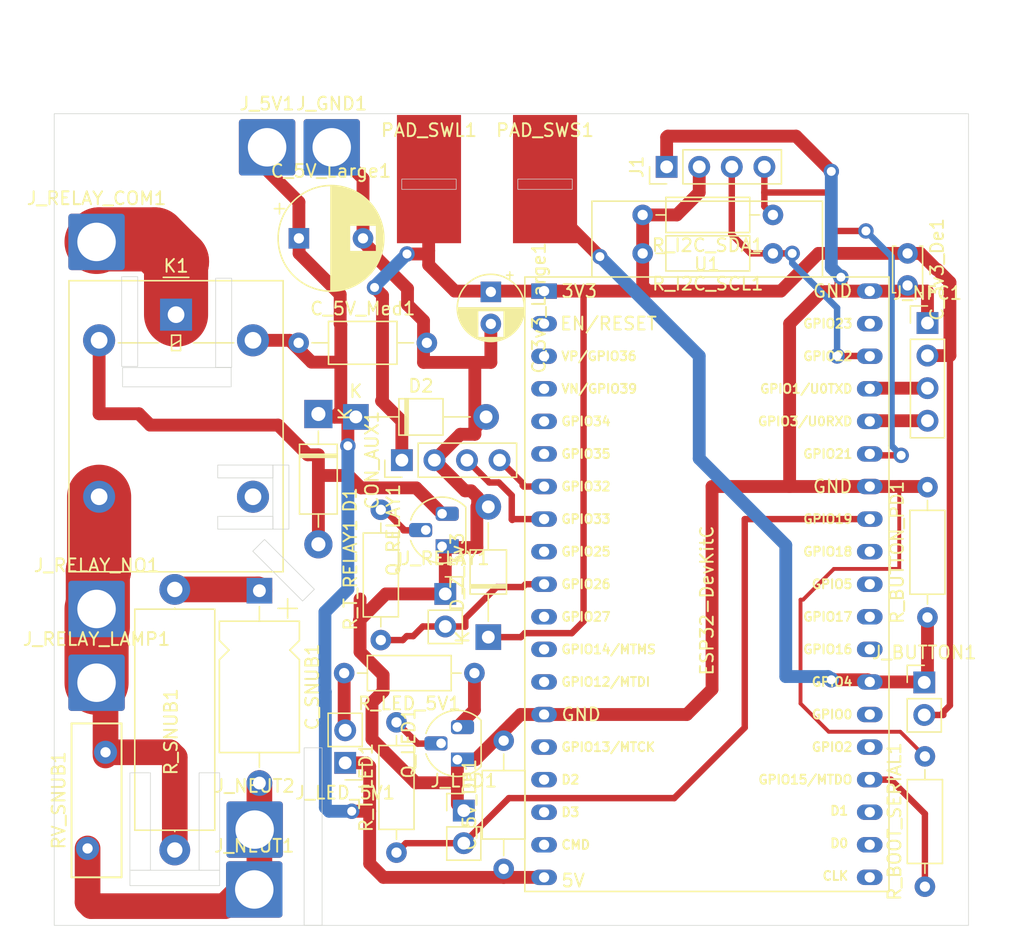
<source format=kicad_pcb>
(kicad_pcb (version 20240108) (generator "pcbnew") (generator_version "8.0")
  (layers (0 "F.Cu" signal) (31 "B.Cu" signal) (34 "B.Paste" user) (35 "F.Paste" user) (36 "B.SilkS" user "B.Silkscreen") (37 "F.SilkS" user "F.Silkscreen") (38 "B.Mask" user) (39 "F.Mask" user) (44 "Edge.Cuts" user))
  (net 0 "")
  (net 1 "+5V")
  (net 2 "+3V3")
  (net 3 "GND")
  (net 4 "Net-(D1-A)")
  (net 5 "Net-(J_LED_5V1-Pin_2)")
  (net 6 "Net-(J_NFC1-Pin_4)")
  (net 7 "Net-(J_NFC1-Pin_3)")
  (net 8 "Net-(J_LED1-Pin_2)")
  (net 9 "Net-(J_RELAY_COM1-Pin_1)")
  (net 10 "Net-(J_RELAY_LAMP1-Pin_1)")
  (net 12 "Net-(Q_LED1-B)")
  (net 13 "Net-(Q_LED1-C)")
  (net 14 "Net-(Q_RELAY1-B)")
  (net 15 "Net-(U1-MTDO{slash}GPIO15{slash}ADC2_CH3)")
  (net 16 "Net-(J1-Pin_4)")
  (net 24 "Net-(CON_AUX1-Pin_3)")
  (net 26 "Net-(J1-Pin_3)")
  (net 31 "Net-(CON_AUX1-Pin_4)")
  (net 35 "Net-(J_RELAY1-Pin_2)")
  (net 36 "Net-(J_BUTTON1-Pin_1)")
  (net 37 "Net-(C_SNUB1-Pad1)")
  (net 38 "NEUT")
  (footprint "PCM_Espressif:ESP32-DevKitC" (layer "F.Cu") (at 37.6 13.835)
    (property "Reference" "U1" (at 12.7 -2.1 0) (layer "F.SilkS"))
    (property "Value" "ESP32-DevKitC" (at 12.7 24.13 90) (layer "F.SilkS"))
    (fp_text user "GND" (at 24.13 0 0) (layer "F.SilkS") (effects (justify right)))
    (fp_text user "GPIO33" (at 1.27 17.78 0) (layer "F.SilkS") (effects (font (size 0.7 0.7)) (justify left)))
    (fp_text user "GPIO32" (at 1.27 15.24 0) (layer "F.SilkS") (effects (font (size 0.7 0.7)) (justify left)))
    (fp_text user "GPIO18" (at 24.13 20.32 0) (layer "F.SilkS") (effects (font (size 0.7 0.7)) (justify right)))
    (fp_text user "GPIO22" (at 24.13 5.08 0) (layer "F.SilkS") (effects (font (size 0.7 0.7)) (justify right)))
    (fp_text user "GPIO19" (at 24.13 17.78 0) (layer "F.SilkS") (effects (font (size 0.7 0.7)) (justify right)))
    (fp_text user "GPIO1/U0TXD" (at 24.13 7.62 0) (layer "F.SilkS") (effects (font (size 0.7 0.7)) (justify right)))
    (fp_text user "GPIO26" (at 1.27 22.86 0) (layer "F.SilkS") (effects (font (size 0.7 0.7)) (justify left)))
    (fp_text user "GPIO34" (at 1.27 10.16 0) (layer "F.SilkS") (effects (font (size 0.7 0.7)) (justify left)))
    (fp_text user "GPIO35" (at 1.27 12.7 0) (layer "F.SilkS") (effects (font (size 0.7 0.7)) (justify left)))
    (fp_text user "GPIO3/U0RXD" (at 24.13 10.16 0) (layer "F.SilkS") (effects (font (size 0.7 0.7)) (justify right)))
    (fp_text user "GPIO16" (at 24.13 27.94 0) (layer "F.SilkS") (effects (font (size 0.7 0.7)) (justify right)))
    (fp_text user "VP/GPIO36" (at 1.27 5.08 0) (layer "F.SilkS") (effects (font (size 0.7 0.7)) (justify left)))
    (fp_text user "CLK" (at 23.8 45.605 0) (layer "F.SilkS") (effects (font (size 0.7 0.7)) (justify right)))
    (fp_text user "GPIO5" (at 24.13 22.86 0) (layer "F.SilkS") (effects (font (size 0.7 0.7)) (justify right)))
    (fp_text user "GPIO27" (at 1.27 25.4 0) (layer "F.SilkS") (effects (font (size 0.7 0.7)) (justify left)))
    (fp_text user "GPIO13/MTCK" (at 1.27 35.56 0) (layer "F.SilkS") (effects (font (size 0.7 0.7)) (justify left)))
    (fp_text user "GND" (at 24.13 15.24 0) (layer "F.SilkS") (effects (justify right)))
    (fp_text user "GPIO12/MTDI" (at 1.27 30.48 0) (layer "F.SilkS") (effects (font (size 0.7 0.7)) (justify left)))
    (fp_text user "GND" (at 1.27 33.02 0) (layer "F.SilkS") (effects (justify left)))
    (fp_text user "GPIO2" (at 24.13 35.56 0) (layer "F.SilkS") (effects (font (size 0.7 0.7)) (justify right)))
    (fp_text user "D3" (at 1.27 40.64 0) (layer "F.SilkS") (effects (font (size 0.7 0.7)) (justify left)))
    (fp_text user "GPIO0" (at 24.13 33.02 0) (layer "F.SilkS") (effects (font (size 0.7 0.7)) (justify right)))
    (fp_text user "5V" (at 1.26632 45.97128 0) (layer "F.SilkS") (effects (justify left)))
    (fp_text user "3V3" (at 1.27 0 0) (layer "F.SilkS") (effects (justify left)))
    (fp_text user "D2" (at 1.27 38.1 0) (layer "F.SilkS") (effects (font (size 0.7 0.7)) (justify left)))
    (fp_text user "VN/GPIO39" (at 1.27 7.62 0) (layer "F.SilkS") (effects (font (size 0.7 0.7)) (justify left)))
    (fp_text user "GPIO4" (at 24.13 30.48 0) (layer "F.SilkS") (effects (font (size 0.7 0.7)) (justify right)))
    (fp_text user "GPIO25" (at 1.27 20.32 0) (layer "F.SilkS") (effects (font (size 0.7 0.7)) (justify left)))
    (fp_text user "GPIO23" (at 24.13 2.54 0) (layer "F.SilkS") (effects (font (size 0.7 0.7)) (justify right)))
    (fp_text user "GPIO15/MTDO" (at 24.13 38.1 0) (layer "F.SilkS") (effects (font (size 0.7 0.7)) (justify right)))
    (fp_text user "GPIO14/MTMS" (at 1.27 27.94 0) (layer "F.SilkS") (effects (font (size 0.7 0.7)) (justify left)))
    (fp_text user "GPIO17" (at 24.13 25.4 0) (layer "F.SilkS") (effects (font (size 0.7 0.7)) (justify right)))
    (fp_text user "GPIO21" (at 24.13 12.7 0) (layer "F.SilkS") (effects (font (size 0.7 0.7)) (justify right)))
    (fp_text user "D1" (at 23.8 40.525 0) (layer "F.SilkS") (effects (font (size 0.7 0.7)) (justify right)))
    (fp_text user "CMD" (at 1.27 43.18 0) (layer "F.SilkS") (effects (font (size 0.7 0.7)) (justify left)))
    (fp_text user "EN/RESET" (at 8.88632 2.53728 0) (layer "F.SilkS") (effects (justify right)))
    (fp_text user "D0" (at 23.8 43.065 0) (layer "F.SilkS") (effects (font (size 0.7 0.7)) (justify right)))
    (pad "" thru_hole oval (at 0 38.1 270) (size 1.2 2) (drill 0.8) (layers "*.Mask"))
    (pad "" thru_hole oval (at 0 40.64 270) (size 1.2 2) (drill 0.8) (layers "*.Mask"))
    (pad "" thru_hole oval (at 25.4 20.32 270) (size 1.2 2) (drill 0.8) (layers "*.Mask"))
    (pad "" thru_hole oval (at 25.4 22.86 270) (size 1.2 2) (drill 0.8) (layers "*.Mask"))
    (pad "" thru_hole oval (at 25.4 33.02 270) (size 1.2 2) (drill 0.8) (layers "*.Mask"))
    (pad "" thru_hole oval (at 25.4 35.56 270) (size 1.2 2) (drill 0.8) (layers "*.Mask"))
    (pad "1" thru_hole rect (at 0 0 270) (size 1.2 2) (drill 0.8) (layers "*.Cu" "*.Mask") (net 2 "+3V3"))
    (pad "2" thru_hole oval (at 0 2.54 270) (size 1.2 2) (drill 0.8) (layers "*.Cu" "*.Mask"))
    (pad "3" thru_hole oval (at 0 5.08 270) (size 1.2 2) (drill 0.8) (layers "*.Cu" "*.Mask"))
    (pad "4" thru_hole oval (at 0 7.62 270) (size 1.2 2) (drill 0.8) (layers "*.Cu" "*.Mask"))
    (pad "5" thru_hole oval (at 0 10.16 270) (size 1.2 2) (drill 0.8) (layers "*.Cu" "*.Mask"))
    (pad "6" thru_hole oval (at 0 12.7 270) (size 1.2 2) (drill 0.8) (layers "*.Cu" "*.Mask"))
    (pad "7" thru_hole oval (at 0 15.24 270) (size 1.2 2) (drill 0.8) (layers "*.Cu" "*.Mask") (net 31 "Net-(CON_AUX1-Pin_4)"))
    (pad "8" thru_hole oval (at 0 17.78 270) (size 1.2 2) (drill 0.8) (layers "*.Cu" "*.Mask") (net 24 "Net-(CON_AUX1-Pin_3)"))
    (pad "9" thru_hole oval (at 0 20.32 270) (size 1.2 2) (drill 0.8) (layers "*.Cu" "*.Mask"))
    (pad "10" thru_hole oval (at 0 22.86 270) (size 1.2 2) (drill 0.8) (layers "*.Cu" "*.Mask") (net 35 "Net-(J_RELAY1-Pin_2)"))
    (pad "11" thru_hole oval (at 0 25.4 270) (size 1.2 2) (drill 0.8) (layers "*.Mask"))
    (pad "12" thru_hole oval (at 0 27.94 270) (size 1.2 2) (drill 0.8) (layers "*.Mask"))
    (pad "13" thru_hole oval (at 0 30.48 270) (size 1.2 2) (drill 0.8) (layers "*.Cu" "*.Mask"))
    (pad "14" thru_hole oval (at 0 33.02 270) (size 1.2 2) (drill 0.8) (layers "*.Cu" "*.Mask") (net 3 "GND"))
    (pad "15" thru_hole oval (at 0 35.56 270) (size 1.2 2) (drill 0.8) (layers "*.Cu" "*.Mask"))
    (pad "18" thru_hole oval (at 0 43.18 270) (size 1.2 2) (drill 0.8) (layers "*.Cu" "*.Mask"))
    (pad "19" thru_hole oval (at 0 45.72 270) (size 1.2 2) (drill 0.8) (layers "*.Cu" "*.Mask") (net 1 "+5V"))
    (pad "20" thru_hole oval (at 25.39632 45.71728 270) (size 1.2 2) (drill 0.8) (layers "*.Cu" "*.Mask"))
    (pad "21" thru_hole oval (at 25.39632 43.17728 270) (size 1.2 2) (drill 0.8) (layers "*.Cu" "*.Mask"))
    (pad "22" thru_hole oval (at 25.4 40.64 270) (size 1.2 2) (drill 0.8) (layers "*.Cu" "*.Mask"))
    (pad "23" thru_hole oval (at 25.4 38.1 270) (size 1.2 2) (drill 0.8) (layers "*.Cu" "*.Mask") (net 15 "Net-(U1-MTDO{slash}GPIO15{slash}ADC2_CH3)"))
    (pad "26" thru_hole oval (at 25.4 30.48 270) (size 1.2 2) (drill 0.8) (layers "*.Cu" "*.Mask") (net 36 "Net-(J_BUTTON1-Pin_1)"))
    (pad "27" thru_hole oval (at 25.4 27.94 270) (size 1.2 2) (drill 0.8) (layers "*.Cu" "*.Mask"))
    (pad "28" thru_hole oval (at 25.4 25.4 270) (size 1.2 2) (drill 0.8) (layers "*.Cu" "*.Mask"))
    (pad "31" thru_hole oval (at 25.4 17.78 270) (size 1.2 2) (drill 0.8) (layers "*.Cu" "*.Mask") (net 8 "Net-(J_LED1-Pin_2)"))
    (pad "32" thru_hole oval (at 25.4 15.24 270) (size 1.2 2) (drill 0.8) (layers "*.Cu" "*.Mask") (net 3 "GND"))
    (pad "33" thru_hole oval (at 25.4 12.7 270) (size 1.2 2) (drill 0.8) (layers "*.Cu" "*.Mask") (net 16 "Net-(J1-Pin_4)"))
    (pad "34" thru_hole oval (at 25.4 10.16 270) (size 1.2 2) (drill 0.8) (layers "*.Cu" "*.Mask") (net 6 "Net-(J_NFC1-Pin_4)"))
    (pad "35" thru_hole oval (at 25.4 7.62 270) (size 1.2 2) (drill 0.8) (layers "*.Cu" "*.Mask") (net 7 "Net-(J_NFC1-Pin_3)"))
    (pad "36" thru_hole oval (at 25.4 5.08 270) (size 1.2 2) (drill 0.8) (layers "*.Cu" "*.Mask") (net 26 "Net-(J1-Pin_3)"))
    (pad "37" thru_hole oval (at 25.4 2.54 270) (size 1.2 2) (drill 0.8) (layers "*.Cu" "*.Mask"))
    (pad "38" thru_hole oval (at 25.4 0 270) (size 1.2 2) (drill 0.8) (layers "*.Cu" "*.Mask") (net 3 "GND"))
  )
  (footprint "Connector_PinSocket_2.54mm:PinSocket_1x02_P2.54mm_Vertical" (layer "F.Cu") (at 29.895 37.45)
    (property "Reference" "J_RELAY1" (at 0 -2.77 0) (layer "F.SilkS"))
    (property "Value" "Conn_01x02_Socket")
    (pad "1" thru_hole rect (at 0 0) (size 1.7 1.7) (drill 1) (layers "*.Cu" "*.Mask") (net 3 "GND"))
    (pad "2" thru_hole oval (at 0 2.54) (size 1.7 1.7) (drill 1) (layers "*.Cu" "*.Mask") (net 35 "Net-(J_RELAY1-Pin_2)"))
  )
  (footprint "Connector_Wire:SolderWire-2.5sqmm_1x01_D2.4mm_OD4.4mm" (layer "F.Cu") (at 21.04 2.62)
    (property "Reference" "J_GND1" (at 0 -3.4 0) (layer "F.SilkS"))
    (property "Value" "Conn_01x01_Socket")
    (pad "1" thru_hole roundrect (at 0 0) (size 4.4 4.4) (drill 3) (layers "*.Cu" "*.Mask") (roundrect_rratio 0.056818) (net 3 "GND"))
  )
  (footprint "Capacitor_THT:CP_Axial_L10.0mm_D6.0mm_P15.00mm_Horizontal" (layer "F.Cu") (at 15.4 37.2 -90)
    (property "Reference" "C_SNUB1" (at 7.5 -4.12 90) (layer "F.SilkS"))
    (property "Value" "C")
    (pad "1" thru_hole rect (at 0 0 270) (size 2 2) (drill 1) (layers "*.Cu" "*.Mask") (net 37 "Net-(C_SNUB1-Pad1)"))
    (pad "2" thru_hole oval (at 15 0 270) (size 2 2) (drill 1) (layers "*.Cu" "*.Mask") (net 38 "NEUT"))
  )
  (footprint "Resistor_THT:R_Axial_DIN0207_L6.3mm_D2.5mm_P10.16mm_Horizontal" (layer "F.Cu") (at 24.87 41.05 90)
    (property "Reference" "R_T_RELAY1" (at 5.08 -2.37 90) (layer "F.SilkS"))
    (property "Value" "560R")
    (pad "1" thru_hole circle (at 0 0 90) (size 1.6 1.6) (drill 0.8) (layers "*.Cu" "*.Mask") (net 35 "Net-(J_RELAY1-Pin_2)"))
    (pad "2" thru_hole oval (at 10.16 0 90) (size 1.6 1.6) (drill 0.8) (layers "*.Cu" "*.Mask") (net 14 "Net-(Q_RELAY1-B)"))
  )
  (footprint "Relay_THT:Relay_SPDT_Omron-G5LE-1" (layer "F.Cu") (at 8.9 15.6725)
    (property "Reference" "K1" (at 0 -3.8 0) (layer "F.SilkS"))
    (property "Value" "G5LE-1")
    (pad "1" thru_hole rect (at 0 0) (size 2.5 2.5) (drill 1.3) (layers "*.Cu" "*.Mask") (net 9 "Net-(J_RELAY_COM1-Pin_1)"))
    (pad "2" thru_hole oval (at -6 2) (size 2.5 2.5) (drill 1.3) (layers "*.Cu" "*.Mask") (net 4 "Net-(D1-A)"))
    (pad "3" thru_hole oval (at -6 14.2) (size 2.5 2.5) (drill 1.3) (layers "*.Cu" "*.Mask") (net 10 "Net-(J_RELAY_LAMP1-Pin_1)"))
    (pad "4" thru_hole oval (at 6 14.2) (size 2.5 2.5) (drill 1.3) (layers "*.Cu" "*.Mask"))
    (pad "5" thru_hole oval (at 6 2) (size 2.5 2.5) (drill 1.3) (layers "*.Cu" "*.Mask") (net 1 "+5V"))
  )
  (footprint "Connector_Wire:SolderWire-2.5sqmm_1x01_D2.4mm_OD4.4mm" (layer "F.Cu") (at 2.7 10)
    (property "Reference" "J_RELAY_COM1" (at 0 -3.4 0) (layer "F.SilkS"))
    (property "Value" "Conn_01x01_Socket")
    (pad "1" thru_hole roundrect (at 0 0) (size 4.4 4.4) (drill 3) (layers "*.Cu" "*.Mask") (roundrect_rratio 0.056818) (net 9 "Net-(J_RELAY_COM1-Pin_1)"))
  )
  (footprint "Capacitor_THT:C_Axial_L5.1mm_D3.1mm_P10.00mm_Horizontal" (layer "F.Cu") (at 18.46 17.87)
    (property "Reference" "C_5V_Med1" (at 5 -2.67 0) (layer "F.SilkS"))
    (property "Value" "C")
    (pad "1" thru_hole circle (at 0 0) (size 1.6 1.6) (drill 0.8) (layers "*.Cu" "*.Mask") (net 1 "+5V"))
    (pad "2" thru_hole oval (at 10 0) (size 1.6 1.6) (drill 0.8) (layers "*.Cu" "*.Mask") (net 3 "GND"))
  )
  (footprint "Capacitor_THT:C_Axial_L5.1mm_D3.1mm_P10.00mm_Horizontal" (layer "F.Cu") (at 34.45 58.895 90)
    (property "Reference" "C_5V_De1" (at 5 -2.67 90) (layer "F.SilkS"))
    (property "Value" "C")
    (pad "1" thru_hole circle (at 0 0 90) (size 1.6 1.6) (drill 0.8) (layers "*.Cu" "*.Mask") (net 1 "+5V"))
    (pad "2" thru_hole oval (at 10 0 90) (size 1.6 1.6) (drill 0.8) (layers "*.Cu" "*.Mask") (net 3 "GND"))
  )
  (footprint "Capacitor_THT:CP_Radial_D5.0mm_P2.50mm" (layer "F.Cu") (at 33.45 13.895 -90)
    (property "Reference" "C_3v3_Large1" (at 1.25 -3.75 90) (layer "F.SilkS"))
    (property "Value" "C_Polarized")
    (pad "1" thru_hole rect (at 0 0 270) (size 1.6 1.6) (drill 0.8) (layers "*.Cu" "*.Mask") (net 2 "+3V3"))
    (pad "2" thru_hole circle (at 2.5 0 270) (size 1.6 1.6) (drill 0.8) (layers "*.Cu" "*.Mask") (net 3 "GND"))
  )
  (footprint "Diode_THT:D_DO-41_SOD81_P10.16mm_Horizontal" (layer "F.Cu") (at 20 23.42 -90)
    (property "Reference" "D1" (at 6.695 -2.47 90) (layer "F.SilkS"))
    (property "Value" "1N4007")
    (fp_text user "K" (at 0 -2.1 90) (layer "F.SilkS"))
    (pad "1" thru_hole rect (at 0 0 270) (size 2.2 2.2) (drill 1.1) (layers "*.Cu" "*.Mask") (net 1 "+5V"))
    (pad "2" thru_hole oval (at 10.16 0 270) (size 2.2 2.2) (drill 1.1) (layers "*.Cu" "*.Mask") (net 4 "Net-(D1-A)"))
  )
  (footprint "Resistor_THT:R_Axial_DIN0207_L6.3mm_D2.5mm_P10.16mm_Horizontal" (layer "F.Cu") (at 55.45 10.895 180)
    (property "Reference" "R_I2C_SCL1" (at 5.08 -2.37 0) (layer "F.SilkS"))
    (property "Value" "R")
    (pad "1" thru_hole circle (at 0 0 180) (size 1.6 1.6) (drill 0.8) (layers "*.Cu" "*.Mask") (net 26 "Net-(J1-Pin_3)"))
    (pad "2" thru_hole oval (at 10.16 0 180) (size 1.6 1.6) (drill 0.8) (layers "*.Cu" "*.Mask") (net 2 "+3V3"))
  )
  (footprint "Connector_Wire:SolderWirePad_1x01_SMD_5x10mm" (layer "F.Cu") (at 28.625 5.1)
    (property "Reference" "PAD_SWL1" (at 0 -3.81 0) (layer "F.SilkS"))
    (property "Value" "Conn_01x01_Female")
    (pad "1" smd rect (at 0 0) (size 5 10) (layers "F.Cu" "F.Paste" "F.Mask") (net 2 "+3V3"))
  )
  (footprint "Connector_Wire:SolderWire-2.5sqmm_1x01_D2.4mm_OD4.4mm" (layer "F.Cu") (at 16 2.62)
    (property "Reference" "J_5V1" (at 0 -3.4 0) (layer "F.SilkS"))
    (property "Value" "Conn_01x01_Socket")
    (pad "1" thru_hole roundrect (at 0 0) (size 4.4 4.4) (drill 3) (layers "*.Cu" "*.Mask") (roundrect_rratio 0.056818) (net 1 "+5V"))
  )
  (footprint "Resistor_THT:R_Axial_DIN0207_L6.3mm_D2.5mm_P10.16mm_Horizontal" (layer "F.Cu") (at 67.5 39.285 90)
    (property "Reference" "R_BUTTON_PD1" (at 5.08 -2.37 90) (layer "F.SilkS"))
    (property "Value" "R")
    (pad "1" thru_hole circle (at 0 0 90) (size 1.6 1.6) (drill 0.8) (layers "*.Cu" "*.Mask") (net 36 "Net-(J_BUTTON1-Pin_1)"))
    (pad "2" thru_hole oval (at 10.16 0 90) (size 1.6 1.6) (drill 0.8) (layers "*.Cu" "*.Mask") (net 3 "GND"))
  )
  (footprint "Connector_Wire:SolderWire-2.5sqmm_1x01_D2.4mm_OD4.4mm" (layer "F.Cu") (at 2.7 38.625)
    (property "Reference" "J_RELAY_NO1" (at 0 -3.4 0) (layer "F.SilkS"))
    (property "Value" "Conn_01x01_Socket")
    (pad "1" thru_hole roundrect (at 0 0) (size 4.4 4.4) (drill 3) (layers "*.Cu" "*.Mask") (roundrect_rratio 0.056818) (net 10 "Net-(J_RELAY_LAMP1-Pin_1)"))
  )
  (footprint "Capacitor_THT:CP_Radial_D8.0mm_P5.00mm" (layer "F.Cu") (at 18.48 9.72)
    (property "Reference" "C_5V_Large1" (at 2.5 -5.25 0) (layer "F.SilkS"))
    (property "Value" "1000uf")
    (pad "1" thru_hole rect (at 0 0) (size 1.6 1.6) (drill 0.8) (layers "*.Cu" "*.Mask") (net 1 "+5V"))
    (pad "2" thru_hole circle (at 5 0) (size 1.6 1.6) (drill 0.8) (layers "*.Cu" "*.Mask") (net 3 "GND"))
  )
  (footprint "Resistor_THT:R_Axial_DIN0207_L6.3mm_D2.5mm_P10.16mm_Horizontal" (layer "F.Cu") (at 67.3 60.28 90)
    (property "Reference" "R_BOOT_SERIAL1" (at 5.08 -2.37 90) (layer "F.SilkS"))
    (property "Value" "R")
    (pad "1" thru_hole circle (at 0 0 90) (size 1.6 1.6) (drill 0.8) (layers "*.Cu" "*.Mask") (net 15 "Net-(U1-MTDO{slash}GPIO15{slash}ADC2_CH3)"))
    (pad "2" thru_hole oval (at 10.16 0 90) (size 1.6 1.6) (drill 0.8) (layers "*.Cu" "*.Mask") (net 3 "GND"))
  )
  (footprint "Connector_PinHeader_2.54mm:PinHeader_1x02_P2.54mm_Vertical" (layer "F.Cu") (at 22.09 50.625 180)
    (property "Reference" "J_LED_5V1" (at 0 -2.33 0) (layer "F.SilkS"))
    (property "Value" "Conn_01x02_Socket")
    (pad "1" thru_hole rect (at 0 0 180) (size 1.7 1.7) (drill 1) (layers "*.Cu" "*.Mask") (net 1 "+5V"))
    (pad "2" thru_hole oval (at 0 2.54 180) (size 1.7 1.7) (drill 1) (layers "*.Cu" "*.Mask") (net 5 "Net-(J_LED_5V1-Pin_2)"))
  )
  (footprint "Connector_Wire:SolderWire-2.5sqmm_1x01_D2.4mm_OD4.4mm" (layer "F.Cu") (at 15 60.5)
    (property "Reference" "J_NEUT1" (at 0 -3.4 0) (layer "F.SilkS"))
    (property "Value" "Conn_01x01_Socket")
    (pad "1" thru_hole roundrect (at 0 0) (size 4.4 4.4) (drill 3) (layers "*.Cu" "*.Mask") (roundrect_rratio 0.056818) (net 38 "NEUT"))
  )
  (footprint "Connector_Wire:SolderWire-2.5sqmm_1x01_D2.4mm_OD4.4mm" (layer "F.Cu") (at 15.03 55.83)
    (property "Reference" "J_NEUT2" (at 0 -3.4 0) (layer "F.SilkS"))
    (property "Value" "Conn_01x01_Socket")
    (pad "1" thru_hole roundrect (at 0 0) (size 4.4 4.4) (drill 3) (layers "*.Cu" "*.Mask") (roundrect_rratio 0.056818) (net 38 "NEUT"))
  )
  (footprint "Resistor_THT:R_Axial_DIN0207_L6.3mm_D2.5mm_P10.16mm_Horizontal" (layer "F.Cu") (at 26.09 57.625 90)
    (property "Reference" "R_T_LED1" (at 5.08 -2.37 90) (layer "F.SilkS"))
    (property "Value" "560R")
    (pad "1" thru_hole circle (at 0 0 90) (size 1.6 1.6) (drill 0.8) (layers "*.Cu" "*.Mask") (net 8 "Net-(J_LED1-Pin_2)"))
    (pad "2" thru_hole oval (at 10.16 0 90) (size 1.6 1.6) (drill 0.8) (layers "*.Cu" "*.Mask") (net 12 "Net-(Q_LED1-B)"))
  )
  (footprint "Capacitor_THT:C_Disc_D3.4mm_W2.1mm_P2.50mm" (layer "F.Cu") (at 65.95 10.895 -90)
    (property "Reference" "C_3v3_De1" (at 1.25 -2.3 90) (layer "F.SilkS"))
    (property "Value" "C")
    (pad "1" thru_hole circle (at 0 0 270) (size 1.6 1.6) (drill 0.8) (layers "*.Cu" "*.Mask") (net 2 "+3V3"))
    (pad "2" thru_hole circle (at 2.5 0 270) (size 1.6 1.6) (drill 0.8) (layers "*.Cu" "*.Mask") (net 3 "GND"))
  )
  (footprint "Resistor_THT:R_Axial_DIN0207_L6.3mm_D2.5mm_P10.16mm_Horizontal" (layer "F.Cu") (at 32.17 43.625 180)
    (property "Reference" "R_LED_5V1" (at 5.08 -2.37 0) (layer "F.SilkS"))
    (property "Value" "R")
    (pad "1" thru_hole circle (at 0 0 180) (size 1.6 1.6) (drill 0.8) (layers "*.Cu" "*.Mask") (net 13 "Net-(Q_LED1-C)"))
    (pad "2" thru_hole oval (at 10.16 0 180) (size 1.6 1.6) (drill 0.8) (layers "*.Cu" "*.Mask") (net 5 "Net-(J_LED_5V1-Pin_2)"))
  )
  (footprint "Resistor_THT:R_Axial_DIN0617_L17.0mm_D6.0mm_P20.32mm_Horizontal" (layer "F.Cu") (at 8.8 57.42 90)
    (property "Reference" "R_SNUB1" (at 9.22 -0.3 90) (layer "F.SilkS"))
    (property "Value" "R")
    (pad "1" thru_hole circle (at 0 0 90) (size 2.4 2.4) (drill 1.2) (layers "*.Cu" "*.Mask") (net 10 "Net-(J_RELAY_LAMP1-Pin_1)"))
    (pad "2" thru_hole oval (at 20.32 0 90) (size 2.4 2.4) (drill 1.2) (layers "*.Cu" "*.Mask") (net 37 "Net-(C_SNUB1-Pad1)"))
  )
  (footprint "Connector_Wire:SolderWirePad_1x01_SMD_5x10mm" (layer "F.Cu") (at 37.675 5.1)
    (property "Reference" "PAD_SWS1" (at 0 -3.81 0) (layer "F.SilkS"))
    (property "Value" "Conn_01x01_Female")
    (pad "1" smd rect (at 0 0) (size 5 10) (layers "F.Cu" "F.Paste" "F.Mask") (net 36 "Net-(J_BUTTON1-Pin_1)"))
  )
  (footprint "Resistor_THT:R_Axial_DIN0207_L6.3mm_D2.5mm_P10.16mm_Horizontal" (layer "F.Cu") (at 55.45 7.895 180)
    (property "Reference" "R_I2C_SDA1" (at 5.08 -2.37 0) (layer "F.SilkS"))
    (property "Value" "R")
    (pad "1" thru_hole circle (at 0 0 180) (size 1.6 1.6) (drill 0.8) (layers "*.Cu" "*.Mask") (net 16 "Net-(J1-Pin_4)"))
    (pad "2" thru_hole oval (at 10.16 0 180) (size 1.6 1.6) (drill 0.8) (layers "*.Cu" "*.Mask") (net 2 "+3V3"))
  )
  (footprint "Connector_PinHeader_2.54mm:PinHeader_1x02_P2.54mm_Vertical" (layer "F.Cu") (at 31.34 54.35)
    (property "Reference" "J_LED1" (at 0 -2.33 0) (layer "F.SilkS"))
    (property "Value" "Conn_01x02_Socket")
    (pad "1" thru_hole rect (at 0 0) (size 1.7 1.7) (drill 1) (layers "*.Cu" "*.Mask") (net 3 "GND"))
    (pad "2" thru_hole oval (at 0 2.54) (size 1.7 1.7) (drill 1) (layers "*.Cu" "*.Mask") (net 8 "Net-(J_LED1-Pin_2)"))
  )
  (footprint "Connector_PinHeader_2.54mm:PinHeader_1x04_P2.54mm_Vertical" (layer "F.Cu") (at 47.16 4.145 90)
    (property "Reference" "J1" (at 0 -2.33 90) (layer "F.SilkS"))
    (property "Value" "CON_I2C")
    (pad "1" thru_hole rect (at 0 0 90) (size 1.7 1.7) (drill 1) (layers "*.Cu" "*.Mask") (net 3 "GND"))
    (pad "2" thru_hole oval (at 0 2.54 90) (size 1.7 1.7) (drill 1) (layers "*.Cu" "*.Mask") (net 2 "+3V3"))
    (pad "3" thru_hole oval (at 0 5.08 90) (size 1.7 1.7) (drill 1) (layers "*.Cu" "*.Mask") (net 26 "Net-(J1-Pin_3)"))
    (pad "4" thru_hole oval (at 0 7.62 90) (size 1.7 1.7) (drill 1) (layers "*.Cu" "*.Mask") (net 16 "Net-(J1-Pin_4)"))
  )
  (footprint "Varistor:RV_Disc_D12mm_W3.9mm_P7.5mm" (layer "F.Cu") (at 3.4 49.8 -90)
    (property "Reference" "RV_SNUB1" (at 3.75 3.65 90) (layer "F.SilkS"))
    (property "Value" "Varistor")
    (pad "1" thru_hole circle (at 0 0 270) (size 1.8 1.8) (drill 0.8) (layers "*.Cu" "*.Mask") (net 10 "Net-(J_RELAY_LAMP1-Pin_1)"))
    (pad "2" thru_hole circle (at 7.5 1.4 270) (size 1.8 1.8) (drill 0.8) (layers "*.Cu" "*.Mask") (net 38 "NEUT"))
  )
  (footprint "Connector_PinHeader_2.54mm:PinHeader_1x04_P2.54mm_Vertical" (layer "F.Cu") (at 67.5 16.325)
    (property "Reference" "J_NFC1" (at 0 -2.33 0) (layer "F.SilkS"))
    (property "Value" "Conn_01x04_Socket")
    (pad "1" thru_hole rect (at 0 0) (size 1.7 1.7) (drill 1) (layers "*.Cu" "*.Mask") (net 3 "GND"))
    (pad "2" thru_hole oval (at 0 2.54) (size 1.7 1.7) (drill 1) (layers "*.Cu" "*.Mask") (net 2 "+3V3"))
    (pad "3" thru_hole oval (at 0 5.08) (size 1.7 1.7) (drill 1) (layers "*.Cu" "*.Mask") (net 7 "Net-(J_NFC1-Pin_3)"))
    (pad "4" thru_hole oval (at 0 7.62) (size 1.7 1.7) (drill 1) (layers "*.Cu" "*.Mask") (net 6 "Net-(J_NFC1-Pin_4)"))
  )
  (footprint "Package_TO_SOT_THT:TO-92L_HandSolder" (layer "F.Cu") (at 30.84 50.375 90)
    (property "Reference" "Q_LED1" (at 1.27 -3.8 90) (layer "F.SilkS"))
    (property "Value" "PN2222A")
    (pad "1" thru_hole rect (at 0 0 90) (size 1.1 1.8) (drill 0.75 (offset 0 0.4)) (layers "*.Cu" "*.Mask") (net 3 "GND"))
    (pad "2" thru_hole roundrect (at 1.27 -1.27 90) (size 1.1 1.8) (drill 0.75 (offset 0 -0.4)) (layers "*.Cu" "*.Mask") (net 12 "Net-(Q_LED1-B)"))
    (pad "3" thru_hole roundrect (at 2.54 0 90) (size 1.1 1.8) (drill 0.75 (offset 0 0.4)) (layers "*.Cu" "*.Mask") (net 13 "Net-(Q_LED1-C)"))
  )
  (footprint "Connector_PinHeader_2.54mm:PinHeader_1x04_P2.54mm_Vertical" (layer "F.Cu") (at 26.51 27.02 90)
    (property "Reference" "CON_AUX1" (at 0 -2.33 90) (layer "F.SilkS"))
    (property "Value" "Conn_01x04_Socket")
    (pad "1" thru_hole rect (at 0 0 90) (size 1.7 1.7) (drill 1) (layers "*.Cu" "*.Mask") (net 2 "+3V3"))
    (pad "2" thru_hole oval (at 0 2.54 90) (size 1.7 1.7) (drill 1) (layers "*.Cu" "*.Mask") (net 3 "GND"))
    (pad "3" thru_hole oval (at 0 5.08 90) (size 1.7 1.7) (drill 1) (layers "*.Cu" "*.Mask") (net 24 "Net-(CON_AUX1-Pin_3)"))
    (pad "4" thru_hole oval (at 0 7.62 90) (size 1.7 1.7) (drill 1) (layers "*.Cu" "*.Mask") (net 31 "Net-(CON_AUX1-Pin_4)"))
  )
  (footprint "Diode_THT:D_T-1_P10.16mm_Horizontal" (layer "F.Cu") (at 22.92 23.645)
    (property "Reference" "D2" (at 5.08 -2.42 0) (layer "F.SilkS"))
    (property "Value" "D_Zener")
    (fp_text user "K" (at 0 -2 0) (layer "F.SilkS"))
    (pad "1" thru_hole rect (at 0 0) (size 2 2) (drill 1) (layers "*.Cu" "*.Mask") (net 1 "+5V"))
    (pad "2" thru_hole oval (at 10.16 0) (size 2 2) (drill 1) (layers "*.Cu" "*.Mask") (net 3 "GND"))
  )
  (footprint "Package_TO_SOT_THT:TO-92L_HandSolder" (layer "F.Cu") (at 29.645 33.74 90)
    (property "Reference" "Q_RELAY1" (at 1.27 -3.8 90) (layer "F.SilkS"))
    (property "Value" "PN2222A")
    (pad "1" thru_hole rect (at 0 0 90) (size 1.1 1.8) (drill 0.75 (offset 0 0.4)) (layers "*.Cu" "*.Mask") (net 3 "GND"))
    (pad "2" thru_hole roundrect (at 1.27 -1.27 90) (size 1.1 1.8) (drill 0.75 (offset 0 -0.4)) (layers "*.Cu" "*.Mask") (net 14 "Net-(Q_RELAY1-B)"))
    (pad "3" thru_hole roundrect (at 2.54 0 90) (size 1.1 1.8) (drill 0.75 (offset 0 0.4)) (layers "*.Cu" "*.Mask") (net 4 "Net-(D1-A)"))
  )
  (footprint "Diode_THT:D_T-1_P10.16mm_Horizontal" (layer "F.Cu") (at 33.25 40.82 90)
    (property "Reference" "D_Z_3v3" (at 5.08 -2.42 90) (layer "F.SilkS"))
    (property "Value" "D_Zener")
    (fp_text user "K" (at 0 -2 90) (layer "F.SilkS"))
    (pad "1" thru_hole rect (at 0 0 90) (size 2 2) (drill 1) (layers "*.Cu" "*.Mask") (net 2 "+3V3"))
    (pad "2" thru_hole oval (at 10.16 0 90) (size 2 2) (drill 1) (layers "*.Cu" "*.Mask") (net 3 "GND"))
  )
  (footprint "Connector_Wire:SolderWire-2.5sqmm_1x01_D2.4mm_OD4.4mm" (layer "F.Cu") (at 2.7 44.375)
    (property "Reference" "J_RELAY_LAMP1" (at 0 -3.4 0) (layer "F.SilkS"))
    (property "Value" "Conn_01x01_Socket")
    (pad "1" thru_hole roundrect (at 0 0) (size 4.4 4.4) (drill 3) (layers "*.Cu" "*.Mask") (roundrect_rratio 0.056818) (net 10 "Net-(J_RELAY_LAMP1-Pin_1)"))
  )
  (footprint "Connector_PinHeader_2.54mm:PinHeader_1x02_P2.54mm_Vertical" (layer "F.Cu") (at 67.25 44.35)
    (property "Reference" "J_BUTTON1" (at 0 -2.33 0) (layer "F.SilkS"))
    (property "Value" "Conn_01x02_Socket")
    (pad "1" thru_hole rect (at 0 0) (size 1.7 1.7) (drill 1) (layers "*.Cu" "*.Mask") (net 36 "Net-(J_BUTTON1-Pin_1)"))
    (pad "2" thru_hole oval (at 0 2.54) (size 1.7 1.7) (drill 1) (layers "*.Cu" "*.Mask") (net 2 "+3V3"))
  )
  (gr_rect (start 4.66 12.71) (end 5.91 19.71) (stroke (width 0.05)) (fill none) (layer "Edge.Cuts"))
  (gr_rect (start 18.89 49.45) (end 20.29 63.29) (stroke (width 0.05)) (fill none) (layer "Edge.Cuts"))
  (gr_rect (start 12.15 31.4) (end 16.45 32.4) (stroke (width 0.05)) (fill none) (layer "Edge.Cuts"))
  (gr_rect (start 5.3 59) (end 12.3 60.2) (stroke (width 0.05)) (fill none) (layer "Edge.Cuts"))
  (gr_rect (start 11.99 12.83) (end 13.24 19.78) (stroke (width 0.05)) (fill none) (layer "Edge.Cuts"))
  (gr_rect (start 16.45 27.4) (end 17.7 32.4) (stroke (width 0.05)) (fill none) (layer "Edge.Cuts"))
  (gr_rect (start 10.7 51.4) (end 12.3 59) (stroke (width 0.05)) (fill none) (layer "Edge.Cuts"))
  (gr_rect (start 26.5 5.1) (end 30.75 5.9) (stroke (width 0.05)) (fill none) (layer "Edge.Cuts"))
  (gr_rect (start 5.3 51.4) (end 6.9 59) (stroke (width 0.05)) (fill none) (layer "Edge.Cuts"))
  (gr_rect (start -0.6 0) (end 70.7 63.3) (stroke (width 0.05)) (fill none) (layer "Edge.Cuts"))
  (gr_rect (start 12.15 27.4) (end 16.45 28.4) (stroke (width 0.05)) (fill none) (layer "Edge.Cuts"))
  (gr_poly (pts (xy 14.880761 34.119239) (xy 15.8 33.2) (xy 19.689087 37.089087) (xy 18.769848 38.008326)) (stroke (width 0.05)) (fill none) (layer "Edge.Cuts"))
  (gr_rect (start 35.55 5.1) (end 39.8 5.9) (stroke (width 0.05)) (fill none) (layer "Edge.Cuts"))
  (gr_rect (start 4.73 19.8) (end 13.2 21.3) (stroke (width 0.05)) (fill none) (layer "Edge.Cuts"))
  (segment (start 22.3 25.9) (end 22.3 24.265) (width 1) (layer "F.Cu") (net 1))
  (segment (start 21.25 23.67) (end 22.895 23.67) (width 1) (layer "F.Cu") (net 1))
  (segment (start 21.7 14.1) (end 18.497349 10.897349) (width 1) (layer "F.Cu") (net 1))
  (segment (start 34.45 59.555) (end 25.07 59.555) (width 1) (layer "F.Cu") (net 1))
  (segment (start 16 4.41) (end 18.48 6.89) (width 1) (layer "F.Cu") (net 1))
  (segment (start 21.7 16.395) (end 21.75 16.445) (width 1) (layer "F.Cu") (net 1))
  (segment (start 19.472349 19.375) (end 21.75 19.375) (width 1) (layer "F.Cu") (net 1))
  (segment (start 34.45 59.555) (end 37.6 59.555) (width 1) (layer "F.Cu") (net 1))
  (segment (start 14.9 17.6725) (end 17.769849 17.6725) (width 1) (layer "F.Cu") (net 1))
  (segment (start 17.769849 17.6725) (end 19.472349 19.375) (width 1) (layer "F.Cu") (net 1))
  (segment (start 18.497349 10.897349) (end 18.497349 10) (width 1) (layer "F.Cu") (net 1))
  (segment (start 16 2.62) (end 16 4.41) (width 1) (layer "F.Cu") (net 1))
  (segment (start 21.7 15.645) (end 21.7 14.1) (width 1) (layer "F.Cu") (net 1))
  (segment (start 18.48 9.72) (end 18.48 6.89) (width 1) (layer "F.Cu") (net 1))
  (segment (start 21.25 23.67) (end 21.75 23.17) (width 1) (layer "F.Cu") (net 1))
  (segment (start 23.725 50.625) (end 22.09 50.625) (width 1) (layer "F.Cu") (net 1))
  (segment (start 25.07 59.555) (end 24 58.485) (width 1) (layer "F.Cu") (net 1))
  (segment (start 24 54.4) (end 24 50.9) (width 1) (layer "F.Cu") (net 1))
  (segment (start 34.45 58.895) (end 34.45 59.555) (width 1) (layer "F.Cu") (net 1))
  (segment (start 22.895 23.67) (end 22.92 23.645) (width 1) (layer "F.Cu") (net 1))
  (segment (start 21.7 15.645) (end 21.7 16.395) (width 1) (layer "F.Cu") (net 1))
  (segment (start 24 50.9) (end 23.725 50.625) (width 1) (layer "F.Cu") (net 1))
  (segment (start 24 54.4) (end 22.6 54.4) (width 1) (layer "F.Cu") (net 1))
  (segment (start 21.75 16.445) (end 21.75 19.375) (width 1) (layer "F.Cu") (net 1))
  (segment (start 21.75 23.17) (end 21.75 19.375) (width 1) (layer "F.Cu") (net 1))
  (segment (start 22 50.715) (end 22.09 50.625) (width 1) (layer "F.Cu") (net 1))
  (segment (start 24 58.485) (end 24 54.4) (width 1) (layer "F.Cu") (net 1))
  (segment (start 22.3 24.265) (end 22.92 23.645) (width 1) (layer "F.Cu") (net 1))
  (via (at 22.6 54.4) (size 1.2) (drill 0.7) (layers "F.Cu" "B.Cu") (net 1))
  (via (at 22.3 25.9) (size 1.2) (drill 0.7) (layers "F.Cu" "B.Cu") (net 1))
  (segment (start 20.51 38.865) (end 22.3 37.075) (width 1) (layer "B.Cu") (net 1))
  (segment (start 20.54 54.105) (end 20.54 45.084999) (width 1) (layer "B.Cu") (net 1))
  (segment (start 22.3 37.075) (end 22.3 25.9) (width 1) (layer "B.Cu") (net 1))
  (segment (start 20.51 45.054999) (end 20.51 38.865) (width 1) (layer "B.Cu") (net 1))
  (segment (start 20.835 54.4) (end 20.54 54.105) (width 1) (layer "B.Cu") (net 1))
  (segment (start 20.54 45.084999) (end 20.51 45.054999) (width 1) (layer "B.Cu") (net 1))
  (segment (start 22.6 54.4) (end 20.835 54.4) (width 1) (layer "B.Cu") (net 1))
  (segment (start 39.76 40.51) (end 40.68 39.59) (width 0.5) (layer "F.Cu") (net 2))
  (segment (start 68.735 46.89) (end 68.735 46.66) (width 0.5) (layer "F.Cu") (net 2))
  (segment (start 67.5 18.865) (end 69.25 18.865) (width 1) (layer "F.Cu") (net 2))
  (segment (start 25 14.17) (end 24.38 13.55) (width 1) (layer "F.Cu") (net 2))
  (segment (start 25 14.42) (end 25 14.17) (width 1) (layer "F.Cu") (net 2))
  (segment (start 68.25 12.145) (end 68.2 12.145) (width 1) (layer "F.Cu") (net 2))
  (segment (start 47.95 7.895) (end 49.7 6.145) (width 1) (layer "F.Cu") (net 2))
  (segment (start 28.6 10.69) (end 28.6 5.595) (width 1) (layer "F.Cu") (net 2))
  (segment (start 40.68 13.835) (end 45.7 13.835) (width 1) (layer "F.Cu") (net 2))
  (segment (start 37.6 13.835) (end 40.68 13.835) (width 1) (layer "F.Cu") (net 2))
  (segment (start 28.35 10.94) (end 28.6 10.69) (width 1) (layer "F.Cu") (net 2))
  (segment (start 66.95 10.895) (end 65.95 10.895) (width 1) (layer "F.Cu") (net 2))
  (segment (start 65.95 10.895) (end 59 10.895) (width 1) (layer "F.Cu") (net 2))
  (segment (start 45.29 10.895) (end 45.29 7.895) (width 1) (layer "F.Cu") (net 2))
  (segment (start 69.25 18.865) (end 69.25 13.145) (width 1) (layer "F.Cu") (net 2))
  (segment (start 45.7 13.835) (end 45.29 13.425) (width 1) (layer "F.Cu") (net 2))
  (segment (start 30.64 13.835) (end 28.6 11.795) (width 1) (layer "F.Cu") (net 2))
  (segment (start 68.735 46.66) (end 69.25 46.145) (width 0.5) (layer "F.Cu") (net 2))
  (segment (start 40.68 39.59) (end 40.68 13.835) (width 0.5) (layer "F.Cu") (net 2))
  (segment (start 69.25 46.145) (end 69.25 18.865) (width 0.5) (layer "F.Cu") (net 2))
  (segment (start 68.2 12.145) (end 66.95 10.895) (width 1) (layer "F.Cu") (net 2))
  (segment (start 30.64 13.835) (end 37.6 13.835) (width 1) (layer "F.Cu") (net 2))
  (segment (start 35.79 40.82) (end 36.1 40.51) (width 0.5) (layer "F.Cu") (net 2))
  (segment (start 67.25 46.89) (end 68.735 46.89) (width 0.5) (layer "F.Cu") (net 2))
  (segment (start 26.91 10.94) (end 28.35 10.94) (width 1) (layer "F.Cu") (net 2))
  (segment (start 69.25 13.145) (end 68.25 12.145) (width 1) (layer "F.Cu") (net 2))
  (segment (start 28.6 11.795) (end 28.6 10.69) (width 1) (layer "F.Cu") (net 2))
  (segment (start 24.93 22.4) (end 25 22.33) (width 1) (layer "F.Cu") (net 2))
  (segment (start 26.51 23.98) (end 24.93 22.4) (width 1) (layer "F.Cu") (net 2))
  (segment (start 36.1 40.51) (end 39.76 40.51) (width 0.5) (layer "F.Cu") (net 2))
  (segment (start 56.06 13.835) (end 45.7 13.835) (width 1) (layer "F.Cu") (net 2))
  (segment (start 59 10.895) (end 56.06 13.835) (width 1) (layer "F.Cu") (net 2))
  (segment (start 45.29 13.425) (end 45.29 10.895) (width 1) (layer "F.Cu") (net 2))
  (segment (start 26.51 27.02) (end 26.51 23.98) (width 1) (layer "F.Cu") (net 2))
  (segment (start 49.7 6.145) (end 49.7 4.145) (width 1) (layer "F.Cu") (net 2))
  (segment (start 25 22.33) (end 25 14.42) (width 1) (layer "F.Cu") (net 2))
  (segment (start 33.25 40.82) (end 35.79 40.82) (width 0.5) (layer "F.Cu") (net 2))
  (segment (start 45.29 7.895) (end 47.95 7.895) (width 1) (layer "F.Cu") (net 2))
  (via (at 26.91 10.94) (size 1.2) (drill 0.7) (layers "F.Cu" "B.Cu") (net 2))
  (via (at 24.38 13.55) (size 1.2) (drill 0.7) (layers "F.Cu" "B.Cu") (net 2))
  (segment (start 24.38 13.47) (end 26.91 10.94) (width 1) (layer "B.Cu") (net 2))
  (segment (start 24.38 13.55) (end 24.38 13.47) (width 1) (layer "B.Cu") (net 2))
  (segment (start 56.75 16.375) (end 59.25 13.875) (width 1) (layer "F.Cu") (net 3))
  (segment (start 59.8 48.2) (end 57.6 46) (width 0.3) (layer "F.Cu") (net 3))
  (segment (start 67.5 13.875) (end 67.5 16.325) (width 1) (layer "F.Cu") (net 3))
  (segment (start 29.05 27.02) (end 31.07 25) (width 1) (layer "F.Cu") (net 3))
  (segment (start 32.2 25) (end 32.2 24.525) (width 1) (layer "F.Cu") (net 3))
  (segment (start 56.75 29.075) (end 56.75 16.375) (width 1) (layer "F.Cu") (net 3))
  (segment (start 47.16 1.84) (end 47.25 1.75) (width 1) (layer "F.Cu") (net 3))
  (segment (start 25.05 43.78) (end 25.05 45.05) (width 1) (layer "F.Cu") (net 3))
  (segment (start 57.25 1.75) (end 60 4.5) (width 1) (layer "F.Cu") (net 3))
  (segment (start 60.04 13.835) (end 60.75 13.835) (width 1) (layer "F.Cu") (net 3))
  (segment (start 27.59 52.18) (end 30.84 52.18) (width 1) (layer "F.Cu") (net 3))
  (segment (start 56.75 29.075) (end 63 29.075) (width 1) (layer "F.Cu") (net 3))
  (segment (start 28.2 19.395) (end 32.2 19.395) (width 1) (layer "F.Cu") (net 3))
  (segment (start 23.48 5.06) (end 21.04 2.62) (width 1) (layer "F.Cu") (net 3))
  (segment (start 31.44 29.41) (end 29.05 27.02) (width 1) (layer "F.Cu") (net 3))
  (segment (start 29.895 37.45) (end 29.895 33.99) (width 1) (layer "F.Cu") (net 3))
  (segment (start 26.95 13.645) (end 26.95 14.895) (width 1) (layer "F.Cu") (net 3))
  (segment (start 32.36 30.66) (end 32.36 33.83) (width 1) (layer "F.Cu") (net 3))
  (segment (start 32.2 19.395) (end 33.45 19.395) (width 1) (layer "F.Cu") (net 3))
  (segment (start 63 29.075) (end 65.3 29.075) (width 1) (layer "F.Cu") (net 3))
  (segment (start 31.07 25) (end 32.2 25) (width 1) (layer "F.Cu") (net 3))
  (segment (start 25.05 45.05) (end 24.18 45.92) (width 1) (layer "F.Cu") (net 3))
  (segment (start 60.2 35.5) (end 65.3 35.5) (width 0.3) (layer "F.Cu") (net 3))
  (segment (start 25.265 37.45) (end 23.195 39.52) (width 1) (layer "F.Cu") (net 3))
  (segment (start 23.25 41.98) (end 25.05 43.78) (width 1) (layer "F.Cu") (net 3))
  (segment (start 29.735 33.83) (end 29.645 33.74) (width 1) (layer "F.Cu") (net 3))
  (segment (start 50.7 44.885) (end 48.73 46.855) (width 1) (layer "F.Cu") (net 3))
  (segment (start 29.895 37.45) (end 25.265 37.45) (width 1) (layer "F.Cu") (net 3))
  (segment (start 50.7 29.075) (end 50.7 44.885) (width 1) (layer "F.Cu") (net 3))
  (segment (start 24.18 45.92) (end 24.18 48.77) (width 1) (layer "F.Cu") (net 3))
  (segment (start 34.45 48.895) (end 34.45 48.175) (width 0.3) (layer "F.Cu") (net 3))
  (segment (start 65.38 48.2) (end 59.8 48.2) (width 0.3) (layer "F.Cu") (net 3))
  (segment (start 67.3 50.12) (end 65.38 48.2) (width 0.3) (layer "F.Cu") (net 3))
  (segment (start 23.48 9.72) (end 23.48 5.06) (width 1) (layer "F.Cu") (net 3))
  (segment (start 57.8 37.9) (end 57.6 37.9) (width 0.3) (layer "F.Cu") (net 3))
  (segment (start 65.3 29.075) (end 67.45 29.075) (width 1) (layer "F.Cu") (net 3))
  (segment (start 32.25 50.375) (end 30.84 50.375) (width 1) (layer "F.Cu") (net 3))
  (segment (start 63 13.835) (end 67.46 13.835) (width 1) (layer "F.Cu") (net 3))
  (segment (start 34.45 48.175) (end 34.4625 48.1625) (width 0.3) (layer "F.Cu") (net 3))
  (segment (start 65.3 35.5) (end 65.3 29.075) (width 0.3) (layer "F.Cu") (net 3))
  (segment (start 32.42 29.92) (end 32.42 30.6) (width 1) (layer "F.Cu") (net 3))
  (segment (start 57.6 46) (end 57.6 37.9) (width 0.3) (layer "F.Cu") (net 3))
  (segment (start 67.46 13.835) (end 67.5 13.875) (width 1) (layer "F.Cu") (net 3))
  (segment (start 47.16 4.145) (end 47.16 1.84) (width 1) (layer "F.Cu") (net 3))
  (segment (start 60.75 13.835) (end 63 13.835) (width 1) (layer "F.Cu") (net 3))
  (segment (start 32.2 25) (end 32.2 19.395) (width 1) (layer "F.Cu") (net 3))
  (segment (start 59.25 13.875) (end 60 13.875) (width 1) (layer "F.Cu") (net 3))
  (segment (start 30.84 53.85) (end 31.34 54.35) (width 1) (layer "F.Cu") (net 3))
  (segment (start 50.7 29.075) (end 56.75 29.075) (width 1) (layer "F.Cu") (net 3))
  (segment (start 32.2 24.525) (end 33.08 23.645) (width 1) (layer "F.Cu") (net 3))
  (segment (start 60.2 35.5) (end 57.8 37.9) (width 0.3) (layer "F.Cu") (net 3))
  (segment (start 24.5025 11.1975) (end 24.5025 11.005151) (width 1) (layer "F.Cu") (net 3))
  (segment (start 67.45 29.075) (end 67.5 29.125) (width 1) (layer "F.Cu") (net 3))
  (segment (start 31.91 29.41) (end 31.44 29.41) (width 1) (layer "F.Cu") (net 3))
  (segment (start 34.4625 48.1625) (end 32.25 50.375) (width 1) (layer "F.Cu") (net 3))
  (segment (start 32.36 33.83) (end 29.735 33.83) (width 1) (layer "F.Cu") (net 3))
  (segment (start 33.45 19.395) (end 33.45 16.395) (width 1) (layer "F.Cu") (net 3))
  (segment (start 37.6 46.855) (end 35.77 46.855) (width 1) (layer "F.Cu") (net 3))
  (segment (start 28.2 16.145) (end 28.2 19.395) (width 1) (layer "F.Cu") (net 3))
  (segment (start 32.42 30.6) (end 32.36 30.66) (width 1) (layer "F.Cu") (net 3))
  (segment (start 60 13.875) (end 60.04 13.835) (width 1) (layer "F.Cu") (net 3))
  (segment (start 30.84 50.375) (end 30.84 52.18) (width 1) (layer "F.Cu") (net 3))
  (segment (start 35 47.625) (end 34.4625 48.1625) (width 1) (layer "F.Cu") (net 3))
  (segment (start 48.73 46.855) (end 37.6 46.855) (width 1) (layer "F.Cu") (net 3))
  (segment (start 60.75 12.75) (end 60.75 13.835) (width 1) (layer "F.Cu") (net 3))
  (segment (start 30.84 52.18) (end 30.84 53.85) (width 1) (layer "F.Cu") (net 3))
  (segment (start 31.91 29.41) (end 32.42 29.92) (width 1) (layer "F.Cu") (net 3))
  (segment (start 47.25 1.75) (end 57.25 1.75) (width 1) (layer "F.Cu") (net 3))
  (segment (start 24.5025 11.1975) (end 26.95 13.645) (width 1) (layer "F.Cu") (net 3))
  (segment (start 29.895 33.99) (end 29.645 33.74) (width 0.5) (layer "F.Cu") (net 3))
  (segment (start 26.95 14.895) (end 28.2 16.145) (width 1) (layer "F.Cu") (net 3))
  (segment (start 24.5025 11.005151) (end 23.497349 10) (width 1) (layer "F.Cu") (net 3))
  (segment (start 23.25 37.85) (end 23.25 41.98) (width 1) (layer "F.Cu") (net 3))
  (segment (start 35.77 46.855) (end 35 47.625) (width 1) (layer "F.Cu") (net 3))
  (segment (start 23.95 10.645) (end 24.5025 11.1975) (width 1) (layer "F.Cu") (net 3))
  (segment (start 24.18 48.77) (end 27.59 52.18) (width 1) (layer "F.Cu") (net 3))
  (via (at 60 4.5) (size 1.2) (drill 0.7) (layers "F.Cu" "B.Cu") (net 3))
  (via (at 60.75 12.75) (size 1.2) (drill 0.7) (layers "F.Cu" "B.Cu") (net 3))
  (segment (start 60 4.5) (end 60 12) (width 1) (layer "B.Cu") (net 3))
  (segment (start 60 12) (end 60.75 12.75) (width 1) (layer "B.Cu") (net 3))
  (segment (start 23.32 29.18) (end 27.625 29.18) (width 1) (layer "F.Cu") (net 4))
  (segment (start 2.9 23.4) (end 2.9 17.6725) (width 1) (layer "F.Cu") (net 4))
  (segment (start 6 23.4) (end 2.9 23.4) (width 1) (layer "F.Cu") (net 4))
  (segment (start 20 26.6) (end 19.17 26.6) (width 1) (layer "F.Cu") (net 4))
  (segment (start 6.885 24.285) (end 6 23.4) (width 1) (layer "F.Cu") (net 4))
  (segment (start 19.17 26.6) (end 16.855 24.285) (width 1) (layer "F.Cu") (net 4))
  (segment (start 22.355 28.215) (end 23.32 29.18) (width 1) (layer "F.Cu") (net 4))
  (segment (start 20 28.215) (end 22.355 28.215) (width 1) (layer "F.Cu") (net 4))
  (segment (start 20 33.58) (end 20 26.6) (width 1) (layer "F.Cu") (net 4))
  (segment (start 27.625 29.18) (end 29.645 31.2) (width 1) (layer "F.Cu") (net 4))
  (segment (start 16.855 24.285) (end 6.885 24.285) (width 1) (layer "F.Cu") (net 4))
  (segment (start 22.01 48.005) (end 22.09 48.085) (width 0.5) (layer "F.Cu") (net 5))
  (segment (start 22.01 43.625) (end 22.01 48.005) (width 1) (layer "F.Cu") (net 5))
  (segment (start 67.5 23.945) (end 63.05 23.945) (width 1) (layer "F.Cu") (net 6))
  (segment (start 63.05 23.945) (end 63 23.995) (width 1) (layer "F.Cu") (net 6))
  (segment (start 67.5 21.405) (end 63.05 21.405) (width 1) (layer "F.Cu") (net 7))
  (segment (start 63.05 21.405) (end 63 21.455) (width 1) (layer "F.Cu") (net 7))
  (segment (start 34.855 53.375) (end 47.75 53.375) (width 0.5) (layer "F.Cu") (net 8))
  (segment (start 53.26 31.615) (end 63 31.615) (width 0.5) (layer "F.Cu") (net 8))
  (segment (start 31.34 56.89) (end 34.855 53.375) (width 0.5) (layer "F.Cu") (net 8))
  (segment (start 53.25 47.875) (end 53.25 31.625) (width 0.5) (layer "F.Cu") (net 8))
  (segment (start 53.25 31.625) (end 53.26 31.615) (width 0.5) (layer "F.Cu") (net 8))
  (segment (start 26.825 56.89) (end 26.09 57.625) (width 0.5) (layer "F.Cu") (net 8))
  (segment (start 47.75 53.375) (end 53.25 47.875) (width 0.5) (layer "F.Cu") (net 8))
  (segment (start 31.34 56.89) (end 26.825 56.89) (width 0.5) (layer "F.Cu") (net 8))
  (segment (start 8.9 15.6725) (end 8.9 11.607359) (width 5) (layer "F.Cu") (net 9))
  (segment (start 2.9 9.8) (end 7.242641 9.8) (width 5) (layer "F.Cu") (net 9))
  (segment (start 2.7 10) (end 2.9 9.8) (width 5) (layer "F.Cu") (net 9))
  (segment (start 7.242641 9.8) (end 8.975 11.532359) (width 5) (layer "F.Cu") (net 9))
  (segment (start 8.975 11.532359) (end 8.9 11.607359) (width 5) (layer "F.Cu") (net 9))
  (segment (start 2.7 38.625) (end 2.7 44.375) (width 5) (layer "F.Cu") (net 10))
  (segment (start 8.8 50.2) (end 8.8 57.42) (width 2) (layer "F.Cu") (net 10))
  (segment (start 2.8 40.025) (end 2.8 35.6725) (width 5) (layer "F.Cu") (net 10))
  (segment (start 8.4 49.8) (end 8.8 50.2) (width 2) (layer "F.Cu") (net 10))
  (segment (start 3.4 49.8) (end 8.4 49.8) (width 2) (layer "F.Cu") (net 10))
  (segment (start 2.8 35.6725) (end 2.9 35.5725) (width 5) (layer "F.Cu") (net 10))
  (segment (start 3.15 29.195) (end 3.15 30.962766) (width 1) (layer "F.Cu") (net 10))
  (segment (start 3.4 50.05) (end 3.4 45.075) (width 2) (layer "F.Cu") (net 10))
  (segment (start 3.4 45.075) (end 2.7 44.375) (width 2) (layer "F.Cu") (net 10))
  (segment (start 2.9 35.5725) (end 2.9 29.8725) (width 5) (layer "F.Cu") (net 10))
  (segment (start 26.09 47.465) (end 27.75 49.125) (width 0.5) (layer "F.Cu") (net 12))
  (segment (start 29.55 49.125) (end 29.57 49.105) (width 0.5) (layer "F.Cu") (net 12))
  (segment (start 27.75 49.125) (end 29.55 49.125) (width 0.5) (layer "F.Cu") (net 12))
  (segment (start 32.17 43.625) (end 32.17 46.505) (width 1) (layer "F.Cu") (net 13))
  (segment (start 32.17 46.505) (end 30.84 47.835) (width 1) (layer "F.Cu") (net 13))
  (segment (start 28.355 32.49) (end 28.375 32.47) (width 0.5) (layer "F.Cu") (net 14))
  (segment (start 24.895 30.66) (end 26.645 32.41) (width 0.5) (layer "F.Cu") (net 14))
  (segment (start 26.645 32.49) (end 28.355 32.49) (width 0.5) (layer "F.Cu") (net 14))
  (segment (start 26.645 32.41) (end 26.645 32.49) (width 0.5) (layer "F.Cu") (net 14))
  (segment (start 63 51.935) (end 64.635 51.935) (width 0.5) (layer "F.Cu") (net 15))
  (segment (start 67.3 54.6) (end 67.3 60.28) (width 0.5) (layer "F.Cu") (net 15))
  (segment (start 64.635 51.935) (end 67.3 54.6) (width 0.5) (layer "F.Cu") (net 15))
  (segment (start 65.45 26.645) (end 63.11 26.645) (width 0.5) (layer "F.Cu") (net 16))
  (segment (start 60.2 6.145) (end 54.78 6.145) (width 0.5) (layer "F.Cu") (net 16))
  (segment (start 55.45 7.895) (end 54.78 7.225) (width 0.5) (layer "F.Cu") (net 16))
  (segment (start 63.11 26.645) (end 63 26.535) (width 0.5) (layer "F.Cu") (net 16))
  (segment (start 60.2 9.145) (end 60.2 6.145) (width 0.5) (layer "F.Cu") (net 16))
  (segment (start 62.7 9.145) (end 60.2 9.145) (width 0.5) (layer "F.Cu") (net 16))
  (segment (start 54.78 4.145) (end 54.78 6.145) (width 0.5) (layer "F.Cu") (net 16))
  (segment (start 54.78 6.145) (end 54.78 7.225) (width 0.5) (layer "F.Cu") (net 16))
  (via (at 62.7 9.145) (size 1.2) (drill 0.7) (layers "F.Cu" "B.Cu") (net 16))
  (via (at 65.45 26.645) (size 1.2) (drill 0.7) (layers "F.Cu" "B.Cu") (net 16))
  (segment (start 64.7 25.895) (end 65.45 26.645) (width 0.5) (layer "B.Cu") (net 16))
  (segment (start 62.7 9.145) (end 64.7 11.145) (width 0.5) (layer "B.Cu") (net 16))
  (segment (start 64.7 11.145) (end 64.7 25.895) (width 0.5) (layer "B.Cu") (net 16))
  (segment (start 37.6 31.615) (end 35.185 31.615) (width 0.5) (layer "F.Cu") (net 24))
  (segment (start 35.08 31.64) (end 35.08 29.77) (width 0.5) (layer "F.Cu") (net 24))
  (segment (start 33.33 28.76) (end 31.59 27.02) (width 0.5) (layer "F.Cu") (net 24))
  (segment (start 35.185 31.615) (end 35.12 31.68) (width 0.5) (layer "F.Cu") (net 24))
  (segment (start 34.07 28.76) (end 33.33 28.76) (width 0.5) (layer "F.Cu") (net 24))
  (segment (start 35.08 29.77) (end 34.07 28.76) (width 0.5) (layer "F.Cu") (net 24))
  (segment (start 35.12 31.68) (end 35.08 31.64) (width 0.5) (layer "F.Cu") (net 24))
  (segment (start 55.45 10.895) (end 56.95 10.895) (width 0.5) (layer "F.Cu") (net 26))
  (segment (start 52.24 9.355) (end 52.24 4.145) (width 0.5) (layer "F.Cu") (net 26))
  (segment (start 53.7 10.895) (end 52.2 9.395) (width 0.5) (layer "F.Cu") (net 26))
  (segment (start 52.2 9.395) (end 52.24 9.355) (width 0.5) (layer "F.Cu") (net 26))
  (segment (start 62.98 18.895) (end 63 18.915) (width 0.5) (layer "F.Cu") (net 26))
  (segment (start 60.45 18.895) (end 62.98 18.895) (width 0.5) (layer "F.Cu") (net 26))
  (segment (start 55.45 10.895) (end 53.7 10.895) (width 0.5) (layer "F.Cu") (net 26))
  (via (at 56.95 10.895) (size 1.2) (drill 0.7) (layers "F.Cu" "B.Cu") (net 26))
  (via (at 60.45 18.895) (size 1.2) (drill 0.7) (layers "F.Cu" "B.Cu") (net 26))
  (segment (start 56.95 11.645) (end 60.45 15.145) (width 0.5) (layer "B.Cu") (net 26))
  (segment (start 60.45 15.145) (end 60.45 18.895) (width 0.5) (layer "B.Cu") (net 26))
  (segment (start 56.95 10.895) (end 56.95 11.645) (width 0.5) (layer "B.Cu") (net 26))
  (segment (start 34.13 27.02) (end 35.93 28.82) (width 0.5) (layer "F.Cu") (net 31))
  (segment (start 36.025 29.075) (end 37.6 29.075) (width 0.5) (layer "F.Cu") (net 31))
  (segment (start 35.93 28.82) (end 35.93 28.98) (width 0.5) (layer "F.Cu") (net 31))
  (segment (start 35.93 28.98) (end 36.025 29.075) (width 0.5) (layer "F.Cu") (net 31))
  (segment (start 33.895 36.915) (end 31.46 39.35) (width 0.5) (layer "F.Cu") (net 35))
  (segment (start 37.6 36.695) (end 36.16 36.695) (width 0.5) (layer "F.Cu") (net 35))
  (segment (start 31.45 39.99) (end 29.895 39.99) (width 0.5) (layer "F.Cu") (net 35))
  (segment (start 31.46 40) (end 31.45 39.99) (width 0.5) (layer "F.Cu") (net 35))
  (segment (start 28.145 39.99) (end 27.395 40.74) (width 0.5) (layer "F.Cu") (net 35))
  (segment (start 31.46 39.35) (end 31.46 40) (width 0.5) (layer "F.Cu") (net 35))
  (segment (start 26.895 40.74) (end 26.585 41.05) (width 0.5) (layer "F.Cu") (net 35))
  (segment (start 29.895 39.99) (end 28.145 39.99) (width 0.5) (layer "F.Cu") (net 35))
  (segment (start 35.94 36.915) (end 33.895 36.915) (width 0.5) (layer "F.Cu") (net 35))
  (segment (start 36.16 36.695) (end 35.94 36.915) (width 0.5) (layer "F.Cu") (net 35))
  (segment (start 27.395 40.74) (end 26.895 40.74) (width 0.5) (layer "F.Cu") (net 35))
  (segment (start 37.59 36.705) (end 37.6 36.695) (width 0.5) (layer "F.Cu") (net 35))
  (segment (start 26.585 41.05) (end 24.87 41.05) (width 0.5) (layer "F.Cu") (net 35))
  (segment (start 67.5 39.285) (end 67.5 41.625) (width 1) (layer "F.Cu") (net 36))
  (segment (start 37.9 5.595) (end 37.9 7.095) (width 1) (layer "F.Cu") (net 36))
  (segment (start 37.9 7.095) (end 41.95 11.145) (width 1) (layer "F.Cu") (net 36))
  (segment (start 67.215 44.315) (end 67.25 44.35) (width 1) (layer "F.Cu") (net 36))
  (segment (start 60 44.145) (end 62.83 44.145) (width 1) (layer "F.Cu") (net 36))
  (segment (start 67.5 44.1) (end 67.25 44.35) (width 1) (layer "F.Cu") (net 36))
  (segment (start 62.83 44.145) (end 63 44.315) (width 1) (layer "F.Cu") (net 36))
  (segment (start 67.5 41.625) (end 67.5 44.1) (width 1) (layer "F.Cu") (net 36))
  (segment (start 63 44.315) (end 67.215 44.315) (width 1) (layer "F.Cu") (net 36))
  (via (at 41.95 11.145) (size 1.2) (drill 0.7) (layers "F.Cu" "B.Cu") (net 36))
  (via (at 60 44.145) (size 1.2) (drill 0.7) (layers "F.Cu" "B.Cu") (net 36))
  (segment (start 59.75 43.895) (end 60 44.145) (width 1) (layer "B.Cu") (net 36))
  (segment (start 49.7 26.895) (end 56.45 33.645) (width 1) (layer "B.Cu") (net 36))
  (segment (start 49.7 18.895) (end 49.7 26.895) (width 1) (layer "B.Cu") (net 36))
  (segment (start 56.45 33.645) (end 56.45 43.895) (width 1) (layer "B.Cu") (net 36))
  (segment (start 56.45 43.895) (end 59.75 43.895) (width 1) (layer "B.Cu") (net 36))
  (segment (start 41.95 11.145) (end 49.7 18.895) (width 1) (layer "B.Cu") (net 36))
  (segment (start 15.3 37.1) (end 15.4 37.2) (width 2) (layer "F.Cu") (net 37))
  (segment (start 15.1 37.2) (end 15.2 37.3) (width 1) (layer "F.Cu") (net 37))
  (segment (start 8.8 37.1) (end 15.3 37.1) (width 2) (layer "F.Cu") (net 37))
  (segment (start 15.4 60.1) (end 15 60.5) (width 2) (layer "F.Cu") (net 38))
  (segment (start 2 57.3) (end 2 61.5) (width 2) (layer "F.Cu") (net 38))
  (segment (start 2 61.5) (end 2.3 61.8) (width 2) (layer "F.Cu") (net 38))
  (segment (start 15.4 52.2) (end 15.4 60.1) (width 2) (layer "F.Cu") (net 38))
  (segment (start 2.3 61.8) (end 12.7 61.8) (width 2) (layer "F.Cu") (net 38))
  (segment (start 12.7 61.8) (end 13.8 60.7) (width 2) (layer "F.Cu") (net 38))
)
</source>
